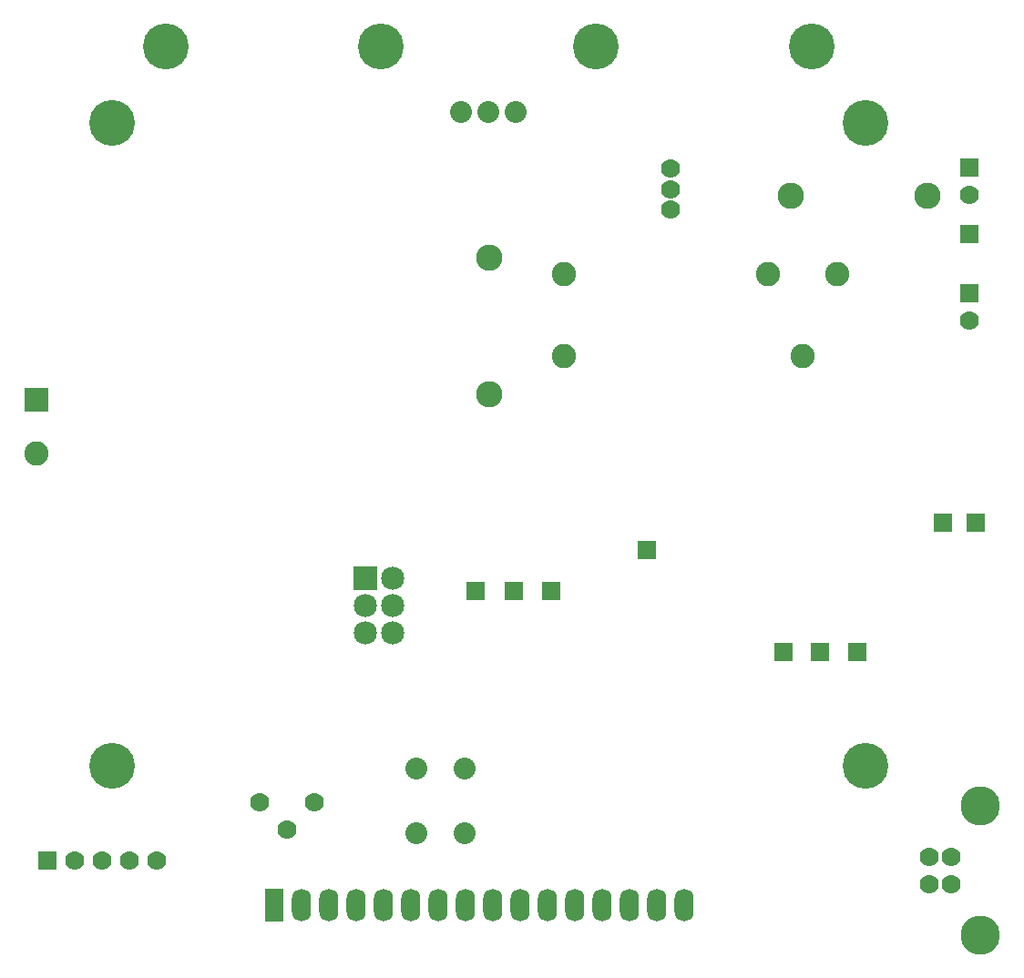
<source format=gbs>
%FSLAX23Y23*%
%MOIN*%
G04 EasyPC Gerber Version 16.0.6 Build 3249 *
%ADD84O,0.07000X0.12000*%
%ADD83R,0.07000X0.12000*%
%ADD79R,0.07000X0.07000*%
%ADD81R,0.08500X0.08500*%
%ADD153R,0.08874X0.08874*%
%ADD77C,0.07000*%
%ADD80C,0.07000*%
%ADD85C,0.08000*%
%ADD74C,0.08000*%
%ADD82C,0.08500*%
%ADD75C,0.08874*%
%ADD76C,0.09600*%
%ADD78C,0.14386*%
%ADD73C,0.16748*%
X0Y0D02*
D02*
D73*
X593Y1362D03*
Y3716D03*
X790Y3996D03*
X1577D03*
X2365D03*
X3152D03*
X3349Y1362D03*
Y3716D03*
D02*
D74*
X1871Y3756D03*
X1971D03*
X2071D03*
D02*
D75*
X317Y2504D03*
X2247Y2862D03*
Y3161D03*
X2995D03*
X3121Y2862D03*
X3247Y3161D03*
D02*
D76*
X1975Y2720D03*
Y3220D03*
X3077Y3449D03*
X3577D03*
D02*
D77*
X457Y1016D03*
X557D03*
X657D03*
X757D03*
X3585Y929D03*
Y1027D03*
X3664Y929D03*
Y1027D03*
X3731Y2990D03*
Y3451D03*
D02*
D78*
X3770Y742D03*
Y1215D03*
D02*
D79*
X357Y1016D03*
X1924Y2000D03*
X2065D03*
X2199D03*
X2550Y2150D03*
X3050Y1779D03*
X3184D03*
X3321D03*
X3632Y2252D03*
X3731Y3090D03*
Y3307D03*
Y3551D03*
X3754Y2252D03*
D02*
D80*
X1133Y1228D03*
X1233Y1128D03*
X1333Y1228D03*
X2636Y3398D03*
Y3473D03*
Y3548D03*
D02*
D81*
X1520Y2048D03*
D02*
D82*
Y1848D03*
Y1948D03*
X1620Y1848D03*
Y1948D03*
Y2048D03*
D02*
D83*
X1188Y850D03*
D02*
D84*
X1288D03*
X1388D03*
X1488D03*
X1588D03*
X1688D03*
X1788D03*
X1888D03*
X1988D03*
X2088D03*
X2188D03*
X2288D03*
X2388D03*
X2488D03*
X2588D03*
X2688D03*
D02*
D85*
X1707Y1114D03*
Y1350D03*
X1884Y1114D03*
Y1350D03*
D02*
D153*
X317Y2701D03*
X0Y0D02*
M02*

</source>
